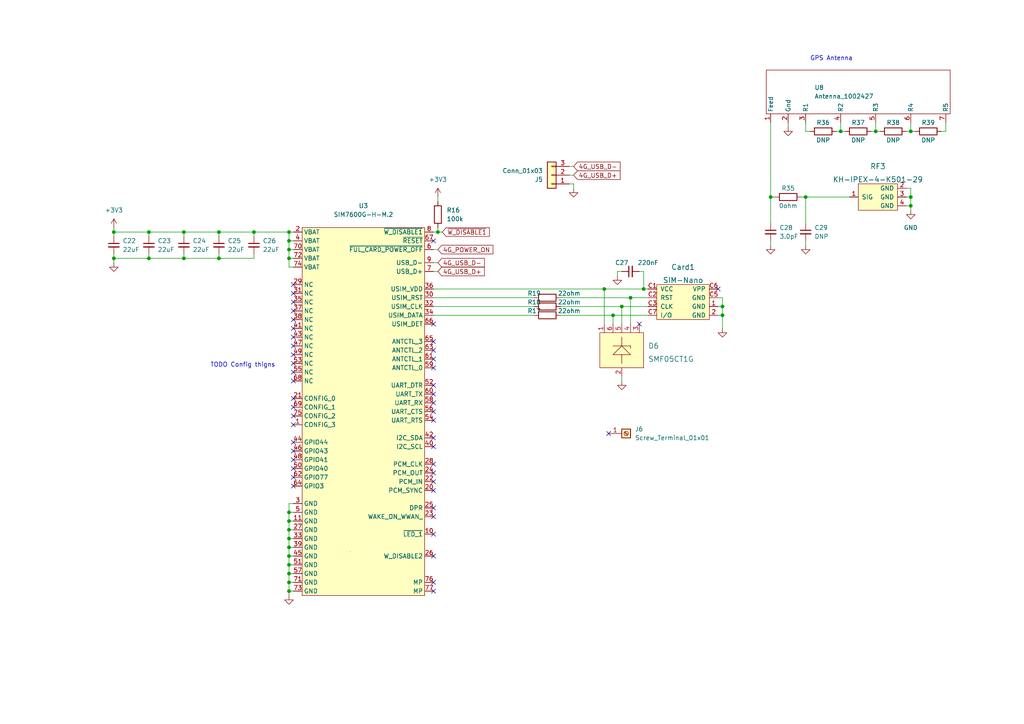
<source format=kicad_sch>
(kicad_sch (version 20211123) (generator eeschema)
  (paper "A4")
  (lib_symbols
    (symbol "Connector:Screw_Terminal_01x01" (pin_names (offset 1.016) hide)
      (property "Reference" "J" (at 0 2.54 0))
      (property "Value" "Screw_Terminal_01x01" (at 0 -2.54 0))
      (symbol "Screw_Terminal_01x01_1_1"
        (rectangle (start -1.27 1.27) (end 1.27 -1.27) (stroke (width 0.254)) (fill (type background)))
        (polyline (pts (xy -0.5334 0.3302) (xy 0.3302 -0.508)) (stroke (width 0.1524)))
        (polyline (pts (xy -0.3556 0.508) (xy 0.508 -0.3302)) (stroke (width 0.1524)))
        (circle (center 0 0) (radius 0.635) (stroke (width 0.1524)))
        (pin passive line (at -5.08 0 0) (length 3.81) (name "Pin_1") (number "1"))
      )
    )
    (symbol "Connector_Generic:Conn_01x03" (pin_names (offset 1.016) hide)
      (property "Reference" "J" (at 0 5.08 0))
      (property "Value" "Conn_01x03" (at 0 -5.08 0))
      (symbol "Conn_01x03_1_1"
        (rectangle (start -1.27 -2.413) (end 0 -2.667) (stroke (width 0.1524)))
        (rectangle (start -1.27 0.127) (end 0 -0.127) (stroke (width 0.1524)))
        (rectangle (start -1.27 2.667) (end 0 2.413) (stroke (width 0.1524)))
        (rectangle (start -1.27 3.81) (end 1.27 -3.81) (stroke (width 0.254)) (fill (type background)))
        (pin passive line (at -5.08 2.54 0) (length 3.81) (name "Pin_1") (number "1"))
        (pin passive line (at -5.08 0 0) (length 3.81) (name "Pin_2") (number "2"))
        (pin passive line (at -5.08 -2.54 0) (length 3.81) (name "Pin_3") (number "3"))
      )
    )
    (symbol "Device:C_Small" (pin_numbers hide) (pin_names (offset 0.254) hide)
      (property "Reference" "C" (at 0.254 1.778 0))
      (property "Value" "C_Small" (at 0.254 -2.032 0))
      (symbol "C_Small_0_1"
        (polyline (pts (xy -1.524 -0.508) (xy 1.524 -0.508)) (stroke (width 0.3302)))
        (polyline (pts (xy -1.524 0.508) (xy 1.524 0.508)) (stroke (width 0.3048)))
      )
      (symbol "C_Small_1_1"
        (pin passive line (at 0 2.54 270) (length 2.032) (name "~") (number "1"))
        (pin passive line (at 0 -2.54 90) (length 2.032) (name "~") (number "2"))
      )
    )
    (symbol "Device:R" (pin_numbers hide) (pin_names (offset 0))
      (property "Reference" "R" (at 2.032 0 90))
      (property "Value" "R" (at 0 0 90))
      (symbol "R_0_1"
        (rectangle (start -1.016 -2.54) (end 1.016 2.54) (stroke (width 0.254)))
      )
      (symbol "R_1_1"
        (pin passive line (at 0 3.81 270) (length 1.27) (name "~") (number "1"))
        (pin passive line (at 0 -3.81 90) (length 1.27) (name "~") (number "2"))
      )
    )
    (symbol "KH-IPEX-4-K501-29_3" (pin_names (offset 1.016))
      (property "Reference" "RF?" (at 0 17.78 0))
      (property "Value" "KH-IPEX-4-K501-29_3" (at 0 -12.7 0))
      (symbol "KH-IPEX-4-K501-29_3_1_1"
        (rectangle (start -6.35 3.81) (end 5.08 -3.81) (fill (type background)))
        (pin passive line (at -8.89 0 0) (length 2.54) (name "SIG") (number "1"))
        (pin passive line (at 7.62 2.54 180) (length 2.54) (name "GND") (number "2"))
        (pin passive line (at 7.62 0 180) (length 2.54) (name "GND") (number "3"))
        (pin passive line (at 7.62 -2.54 180) (length 2.54) (name "GND") (number "4"))
      )
    )
    (symbol "cacophony-symbols:Antenna_1002427"
      (property "Reference" "U" (at 0 11.43 0))
      (property "Value" "Antenna_1002427" (at 0 8.89 0))
      (symbol "Antenna_1002427_0_1"
        (rectangle (start -6.35 6.35) (end 46.99 -6.35))
      )
      (symbol "Antenna_1002427_1_1"
        (pin passive line (at -5.08 -8.89 90) (length 2.54) (name "Feed") (number "1"))
        (pin passive line (at 0 -8.89 90) (length 2.54) (name "Gnd") (number "2"))
        (pin passive line (at 5.08 -8.89 90) (length 2.54) (name "R1") (number "3"))
        (pin passive line (at 15.24 -8.89 90) (length 2.54) (name "R2") (number "4"))
        (pin passive line (at 25.4 -8.89 90) (length 2.54) (name "R3") (number "5"))
        (pin passive line (at 35.56 -8.89 90) (length 2.54) (name "R4") (number "6"))
        (pin passive line (at 45.72 -8.89 90) (length 2.54) (name "R5") (number "7"))
      )
    )
    (symbol "cacophony-symbols:SIM-Nano" (pin_names (offset 1.016))
      (property "Reference" "Card?" (at 0 8.89 0))
      (property "Value" "SIM-Nano" (at 1.27 6.35 0))
      (symbol "SIM-Nano_1_1"
        (rectangle (start -7.62 5.08) (end 7.62 -5.08) (fill (type background)))
        (pin input line (at 10.16 -1.27 180) (length 2.54) (name "GND") (number "1"))
        (pin input line (at 10.16 -3.81 180) (length 2.54) (name "GND") (number "2"))
        (pin unspecified line (at -10.16 3.81 0) (length 2.54) (name "VCC") (number "C1"))
        (pin unspecified line (at -10.16 1.27 0) (length 2.54) (name "RST") (number "C2"))
        (pin unspecified line (at -10.16 -1.27 0) (length 2.54) (name "CLK") (number "C3"))
        (pin unspecified line (at 10.16 1.27 180) (length 2.54) (name "GND") (number "C5"))
        (pin unspecified line (at 10.16 3.81 180) (length 2.54) (name "VPP") (number "C6"))
        (pin unspecified line (at -10.16 -3.81 0) (length 2.54) (name "I/O") (number "C7"))
      )
    )
    (symbol "cacophony-symbols:SIM7600G-H-M.2"
      (property "Reference" "U" (at 0 11.43 0))
      (property "Value" "SIM7600G-H-M.2" (at 0 8.89 0))
      (symbol "SIM7600G-H-M.2_0_1"
        (rectangle (start -12.7 -1.27) (end 22.86 -107.95) (fill (type background)))
        (rectangle (start 1.27 -95.25) (end 1.27 -95.25))
      )
      (symbol "SIM7600G-H-M.2_1_1"
        (pin input line (at -15.24 -58.42 0) (length 2.54) (name "CONFIG_3") (number "1"))
        (pin input line (at 25.4 -90.17 180) (length 2.54) (name "~{LED_1}") (number "10"))
        (pin input line (at -15.24 -86.36 0) (length 2.54) (name "GND") (number "11"))
        (pin input line (at -15.24 -2.54 0) (length 2.54) (name "VBAT") (number "2"))
        (pin input line (at 25.4 -77.47 180) (length 2.54) (name "PCM_SYNC") (number "20"))
        (pin input line (at -15.24 -50.8 0) (length 2.54) (name "CONFIG_0") (number "21"))
        (pin input line (at 25.4 -74.93 180) (length 2.54) (name "PCM_IN") (number "22"))
        (pin input line (at 25.4 -85.09 180) (length 2.54) (name "WAKE_ON_WWAN_") (number "23"))
        (pin input line (at 25.4 -72.39 180) (length 2.54) (name "PCM_OUT") (number "24"))
        (pin input line (at 25.4 -82.55 180) (length 2.54) (name "DPR") (number "25"))
        (pin input line (at 25.4 -96.52 180) (length 2.54) (name "W_DISABLE2") (number "26"))
        (pin input line (at -15.24 -88.9 0) (length 2.54) (name "GND") (number "27"))
        (pin input line (at 25.4 -69.85 180) (length 2.54) (name "PCM_CLK") (number "28"))
        (pin input line (at -15.24 -17.78 0) (length 2.54) (name "NC") (number "29"))
        (pin input line (at -15.24 -81.28 0) (length 2.54) (name "GND") (number "3"))
        (pin input line (at 25.4 -21.59 180) (length 2.54) (name "USIM_RST") (number "30"))
        (pin input line (at -15.24 -20.32 0) (length 2.54) (name "NC") (number "31"))
        (pin input line (at 25.4 -24.13 180) (length 2.54) (name "USIM_CLK") (number "32"))
        (pin input line (at -15.24 -91.44 0) (length 2.54) (name "GND") (number "33"))
        (pin input line (at 25.4 -26.67 180) (length 2.54) (name "USIM_DATA") (number "34"))
        (pin input line (at -15.24 -22.86 0) (length 2.54) (name "NC") (number "35"))
        (pin input line (at 25.4 -19.05 180) (length 2.54) (name "USIM_VDD") (number "36"))
        (pin input line (at -15.24 -25.4 0) (length 2.54) (name "NC") (number "37"))
        (pin input line (at -15.24 -27.94 0) (length 2.54) (name "NC") (number "38"))
        (pin input line (at -15.24 -93.98 0) (length 2.54) (name "GND") (number "39"))
        (pin input line (at -15.24 -5.08 0) (length 2.54) (name "VBAT") (number "4"))
        (pin input line (at 25.4 -64.77 180) (length 2.54) (name "I2C_SCL") (number "40"))
        (pin input line (at -15.24 -30.48 0) (length 2.54) (name "NC") (number "41"))
        (pin input line (at 25.4 -62.23 180) (length 2.54) (name "I2C_SDA") (number "42"))
        (pin input line (at -15.24 -33.02 0) (length 2.54) (name "NC") (number "43"))
        (pin input line (at -15.24 -63.5 0) (length 2.54) (name "GPIO44") (number "44"))
        (pin input line (at -15.24 -96.52 0) (length 2.54) (name "GND") (number "45"))
        (pin input line (at -15.24 -66.04 0) (length 2.54) (name "GPIO43") (number "46"))
        (pin input line (at -15.24 -35.56 0) (length 2.54) (name "NC") (number "47"))
        (pin input line (at -15.24 -68.58 0) (length 2.54) (name "GPIO41") (number "48"))
        (pin input line (at -15.24 -38.1 0) (length 2.54) (name "NC") (number "49"))
        (pin input line (at -15.24 -83.82 0) (length 2.54) (name "GND") (number "5"))
        (pin input line (at -15.24 -71.12 0) (length 2.54) (name "GPIO40") (number "50"))
        (pin input line (at -15.24 -99.06 0) (length 2.54) (name "GND") (number "51"))
        (pin input line (at 25.4 -46.99 180) (length 2.54) (name "UART_DTR") (number "52"))
        (pin input line (at -15.24 -40.64 0) (length 2.54) (name "NC") (number "53"))
        (pin input line (at 25.4 -57.15 180) (length 2.54) (name "UART_RTS") (number "54"))
        (pin input line (at -15.24 -43.18 0) (length 2.54) (name "NC") (number "55"))
        (pin input line (at 25.4 -54.61 180) (length 2.54) (name "UART_CTS") (number "56"))
        (pin input line (at -15.24 -101.6 0) (length 2.54) (name "GND") (number "57"))
        (pin input line (at 25.4 -52.07 180) (length 2.54) (name "UART_RX") (number "58"))
        (pin input line (at 25.4 -41.91 180) (length 2.54) (name "ANTCTL_0") (number "59"))
        (pin input line (at 25.4 -7.62 180) (length 2.54) (name "~{FUL_CARD_POWER_OFF}") (number "6"))
        (pin input line (at 25.4 -49.53 180) (length 2.54) (name "UART_TX") (number "60"))
        (pin input line (at 25.4 -39.37 180) (length 2.54) (name "ANTCTL_1") (number "61"))
        (pin input line (at -15.24 -73.66 0) (length 2.54) (name "GPIO77") (number "62"))
        (pin input line (at 25.4 -36.83 180) (length 2.54) (name "ANTCTL_2") (number "63"))
        (pin input line (at -15.24 -76.2 0) (length 2.54) (name "GPIO3") (number "64"))
        (pin input line (at 25.4 -34.29 180) (length 2.54) (name "ANTCTL_3") (number "65"))
        (pin input line (at 25.4 -29.21 180) (length 2.54) (name "USIM_DET") (number "66"))
        (pin input line (at 25.4 -5.08 180) (length 2.54) (name "~{RESET}") (number "67"))
        (pin input line (at -15.24 -45.72 0) (length 2.54) (name "NC") (number "68"))
        (pin input line (at -15.24 -53.34 0) (length 2.54) (name "CONFIG_1") (number "69"))
        (pin input line (at 25.4 -13.97 180) (length 2.54) (name "USB_D+") (number "7"))
        (pin input line (at -15.24 -7.62 0) (length 2.54) (name "VBAT") (number "70"))
        (pin input line (at -15.24 -104.14 0) (length 2.54) (name "GND") (number "71"))
        (pin input line (at -15.24 -10.16 0) (length 2.54) (name "VBAT") (number "72"))
        (pin input line (at -15.24 -106.68 0) (length 2.54) (name "GND") (number "73"))
        (pin input line (at -15.24 -12.7 0) (length 2.54) (name "VBAT") (number "74"))
        (pin input line (at -15.24 -55.88 0) (length 2.54) (name "CONFIG_2") (number "75"))
        (pin input line (at 25.4 -104.14 180) (length 2.54) (name "MP") (number "76"))
        (pin input line (at 25.4 -106.68 180) (length 2.54) (name "MP") (number "77"))
        (pin input line (at 25.4 -2.54 180) (length 2.54) (name "~{W_DISABLE1}") (number "8"))
        (pin input line (at 25.4 -11.43 180) (length 2.54) (name "USB_D-") (number "9"))
      )
    )
    (symbol "cacophony-symbols:SMF05CT1G" (pin_names (offset 1.016))
      (property "Reference" "D?" (at 0 12.7 0))
      (property "Value" "SMF05CT1G" (at 0 -12.7 0))
      (symbol "SMF05CT1G_0_1"
        (rectangle (start -6.35 3.81) (end 6.35 -6.35) (fill (type background)))
        (polyline (pts (xy 0 -2.54) (xy 0 -5.08)))
        (polyline (pts (xy 0 0) (xy 0 2.54)))
      )
      (symbol "SMF05CT1G_1_1"
        (polyline (pts (xy -2.54 0) (xy 2.54 0)))
        (polyline (pts (xy 2.54 0) (xy 2.54 -0.762)))
        (polyline (pts (xy 2.54 -2.54) (xy 0 0) (xy -2.54 -2.54) (xy 2.54 -2.54)) (fill (type background)))
        (pin input line (at -5.08 6.35 270) (length 2.54) (name "") (number "1"))
        (pin input line (at 0 -8.89 90) (length 2.54) (name "") (number "2"))
        (pin input line (at 5.08 6.35 270) (length 2.54) (name "") (number "3"))
        (pin input line (at 2.54 6.35 270) (length 2.54) (name "") (number "4"))
        (pin input line (at 0 6.35 270) (length 2.54) (name "") (number "5"))
        (pin input line (at -2.54 6.35 270) (length 2.54) (name "") (number "6"))
      )
    )
    (symbol "power:+3V3" (power) (pin_names (offset 0))
      (property "Value" "+3V3" (at 0 3.556 0))
      (symbol "+3V3_0_1"
        (polyline (pts (xy -0.762 1.27) (xy 0 2.54)))
        (polyline (pts (xy 0 0) (xy 0 2.54)))
        (polyline (pts (xy 0 2.54) (xy 0.762 1.27)))
      )
      (symbol "+3V3_1_1"
        (pin power_in line (at 0 0 90) (length 0) hide (name "+3V3") (number "1"))
      )
    )
    (symbol "power:GND" (power) (pin_names (offset 0))
      (property "Value" "GND" (at 0 -3.81 0))
      (symbol "GND_0_1"
        (polyline (pts (xy 0 0) (xy 0 -1.27) (xy 1.27 -1.27) (xy 0 -2.54) (xy -1.27 -1.27) (xy 0 -1.27)))
      )
      (symbol "GND_1_1"
        (pin power_in line (at 0 0 270) (length 0) hide (name "GND") (number "1"))
      )
    )
  )
  (junction (at 175.26 83.82))
  (junction (at 254 38.1))
  (junction (at 209.55 91.44))
  (junction (at 53.34 74.93))
  (junction (at 83.82 163.83))
  (junction (at 83.82 67.31))
  (junction (at 209.55 88.9))
  (junction (at 180.34 88.9))
  (junction (at 83.82 168.91))
  (junction (at 177.8 91.44))
  (junction (at 243.84 38.1))
  (junction (at 264.16 59.69))
  (junction (at 83.82 153.67))
  (junction (at 43.18 74.93))
  (junction (at 83.82 151.13))
  (junction (at 33.02 67.31))
  (junction (at 83.82 158.75))
  (junction (at 43.18 67.31))
  (junction (at 83.82 148.59))
  (junction (at 186.69 83.82))
  (junction (at 63.5 67.31))
  (junction (at 83.82 69.85))
  (junction (at 73.66 67.31))
  (junction (at 83.82 156.21))
  (junction (at 182.88 86.36))
  (junction (at 83.82 166.37))
  (junction (at 83.82 171.45))
  (junction (at 63.5 74.93))
  (junction (at 264.16 38.1))
  (junction (at 53.34 67.31))
  (junction (at 83.82 72.39))
  (junction (at 233.68 57.15))
  (junction (at 33.02 74.93))
  (junction (at 83.82 161.29))
  (junction (at 127 67.31))
  (junction (at 223.52 57.15))
  (junction (at 83.82 74.93))
  (junction (at 264.16 57.15))
  (no_connect (at 85.09 133.35))
  (no_connect (at 125.73 101.6))
  (no_connect (at 125.73 93.98))
  (no_connect (at 85.09 87.63))
  (no_connect (at 85.09 92.71))
  (no_connect (at 125.73 171.45))
  (no_connect (at 125.73 161.29))
  (no_connect (at 125.73 99.06))
  (no_connect (at 85.09 140.97))
  (no_connect (at 125.73 154.94))
  (no_connect (at 125.73 134.62))
  (no_connect (at 125.73 149.86))
  (no_connect (at 85.09 110.49))
  (no_connect (at 85.09 105.41))
  (no_connect (at 125.73 111.76))
  (no_connect (at 85.09 85.09))
  (no_connect (at 85.09 118.11))
  (no_connect (at 125.73 168.91))
  (no_connect (at 125.73 114.3))
  (no_connect (at 125.73 69.85))
  (no_connect (at 85.09 128.27))
  (no_connect (at 125.73 147.32))
  (no_connect (at 176.53 125.73))
  (no_connect (at 125.73 129.54))
  (no_connect (at 85.09 130.81))
  (no_connect (at 85.09 90.17))
  (no_connect (at 85.09 123.19))
  (no_connect (at 125.73 137.16))
  (no_connect (at 85.09 115.57))
  (no_connect (at 125.73 104.14))
  (no_connect (at 125.73 142.24))
  (no_connect (at 185.42 93.98))
  (no_connect (at 85.09 120.65))
  (no_connect (at 85.09 95.25))
  (no_connect (at 85.09 107.95))
  (no_connect (at 208.28 83.82))
  (no_connect (at 125.73 119.38))
  (no_connect (at 85.09 138.43))
  (no_connect (at 85.09 102.87))
  (no_connect (at 125.73 121.92))
  (no_connect (at 125.73 139.7))
  (no_connect (at 85.09 97.79))
  (no_connect (at 85.09 100.33))
  (no_connect (at 85.09 135.89))
  (no_connect (at 125.73 127))
  (no_connect (at 85.09 82.55))
  (no_connect (at 125.73 116.84))
  (no_connect (at 125.73 106.68))
  (wire (pts (xy 223.52 69.85) (xy 223.52 71.12)))
  (wire (pts (xy 264.16 59.69) (xy 264.16 57.15)))
  (wire (pts (xy 262.89 38.1) (xy 264.16 38.1)))
  (wire (pts (xy 209.55 86.36) (xy 209.55 88.9)))
  (wire (pts (xy 83.82 77.47) (xy 85.09 77.47)))
  (wire (pts (xy 83.82 72.39) (xy 83.82 74.93)))
  (wire (pts (xy 63.5 67.31) (xy 53.34 67.31)))
  (wire (pts (xy 83.82 171.45) (xy 85.09 171.45)))
  (wire (pts (xy 208.28 91.44) (xy 209.55 91.44)))
  (wire (pts (xy 228.6 35.56) (xy 228.6 36.83)))
  (wire (pts (xy 165.1 53.34) (xy 166.37 53.34)))
  (wire (pts (xy 264.16 57.15) (xy 264.16 54.61)))
  (wire (pts (xy 162.56 91.44) (xy 177.8 91.44)))
  (wire (pts (xy 83.82 156.21) (xy 83.82 153.67)))
  (wire (pts (xy 73.66 67.31) (xy 73.66 68.58)))
  (wire (pts (xy 127 67.31) (xy 128.27 67.31)))
  (wire (pts (xy 166.37 53.34) (xy 166.37 54.61)))
  (wire (pts (xy 53.34 67.31) (xy 43.18 67.31)))
  (wire (pts (xy 125.73 76.2) (xy 127 76.2)))
  (wire (pts (xy 53.34 73.66) (xy 53.34 74.93)))
  (wire (pts (xy 182.88 86.36) (xy 187.96 86.36)))
  (wire (pts (xy 209.55 95.25) (xy 209.55 91.44)))
  (wire (pts (xy 180.34 88.9) (xy 180.34 93.98)))
  (wire (pts (xy 166.37 48.26) (xy 165.1 48.26)))
  (wire (pts (xy 53.34 67.31) (xy 53.34 68.58)))
  (wire (pts (xy 182.88 86.36) (xy 182.88 93.98)))
  (wire (pts (xy 254 35.56) (xy 254 38.1)))
  (wire (pts (xy 125.73 86.36) (xy 154.94 86.36)))
  (wire (pts (xy 33.02 73.66) (xy 33.02 74.93)))
  (wire (pts (xy 186.69 83.82) (xy 187.96 83.82)))
  (wire (pts (xy 127 66.04) (xy 127 67.31)))
  (wire (pts (xy 180.34 78.74) (xy 179.07 78.74)))
  (wire (pts (xy 83.82 166.37) (xy 85.09 166.37)))
  (wire (pts (xy 125.73 78.74) (xy 127 78.74)))
  (wire (pts (xy 83.82 67.31) (xy 73.66 67.31)))
  (wire (pts (xy 83.82 69.85) (xy 83.82 72.39)))
  (wire (pts (xy 232.41 57.15) (xy 233.68 57.15)))
  (wire (pts (xy 73.66 73.66) (xy 73.66 74.93)))
  (wire (pts (xy 125.73 91.44) (xy 154.94 91.44)))
  (wire (pts (xy 264.16 38.1) (xy 265.43 38.1)))
  (wire (pts (xy 83.82 148.59) (xy 83.82 146.05)))
  (wire (pts (xy 264.16 54.61) (xy 262.89 54.61)))
  (wire (pts (xy 254 38.1) (xy 255.27 38.1)))
  (wire (pts (xy 83.82 69.85) (xy 85.09 69.85)))
  (wire (pts (xy 264.16 59.69) (xy 262.89 59.69)))
  (wire (pts (xy 83.82 163.83) (xy 85.09 163.83)))
  (wire (pts (xy 63.5 74.93) (xy 53.34 74.93)))
  (wire (pts (xy 127 67.31) (xy 125.73 67.31)))
  (wire (pts (xy 125.73 72.39) (xy 127 72.39)))
  (wire (pts (xy 83.82 74.93) (xy 83.82 77.47)))
  (wire (pts (xy 33.02 74.93) (xy 33.02 76.2)))
  (wire (pts (xy 177.8 91.44) (xy 177.8 93.98)))
  (wire (pts (xy 175.26 83.82) (xy 175.26 93.98)))
  (wire (pts (xy 83.82 67.31) (xy 83.82 69.85)))
  (wire (pts (xy 233.68 57.15) (xy 246.38 57.15)))
  (wire (pts (xy 125.73 88.9) (xy 154.94 88.9)))
  (wire (pts (xy 73.66 74.93) (xy 63.5 74.93)))
  (wire (pts (xy 83.82 72.39) (xy 85.09 72.39)))
  (wire (pts (xy 186.69 83.82) (xy 186.69 78.74)))
  (wire (pts (xy 83.82 74.93) (xy 85.09 74.93)))
  (wire (pts (xy 43.18 73.66) (xy 43.18 74.93)))
  (wire (pts (xy 83.82 168.91) (xy 85.09 168.91)))
  (wire (pts (xy 185.42 78.74) (xy 186.69 78.74)))
  (wire (pts (xy 83.82 148.59) (xy 85.09 148.59)))
  (wire (pts (xy 233.68 69.85) (xy 233.68 71.12)))
  (wire (pts (xy 179.07 78.74) (xy 179.07 80.01)))
  (wire (pts (xy 166.37 50.8) (xy 165.1 50.8)))
  (wire (pts (xy 208.28 88.9) (xy 209.55 88.9)))
  (wire (pts (xy 223.52 57.15) (xy 224.79 57.15)))
  (wire (pts (xy 233.68 57.15) (xy 233.68 64.77)))
  (wire (pts (xy 33.02 67.31) (xy 33.02 68.58)))
  (wire (pts (xy 125.73 83.82) (xy 175.26 83.82)))
  (wire (pts (xy 83.82 153.67) (xy 83.82 151.13)))
  (wire (pts (xy 177.8 91.44) (xy 187.96 91.44)))
  (wire (pts (xy 243.84 38.1) (xy 245.11 38.1)))
  (wire (pts (xy 83.82 161.29) (xy 85.09 161.29)))
  (wire (pts (xy 162.56 88.9) (xy 180.34 88.9)))
  (wire (pts (xy 83.82 146.05) (xy 85.09 146.05)))
  (wire (pts (xy 43.18 67.31) (xy 33.02 67.31)))
  (wire (pts (xy 83.82 161.29) (xy 83.82 158.75)))
  (wire (pts (xy 180.34 109.22) (xy 180.34 110.49)))
  (wire (pts (xy 274.32 38.1) (xy 274.32 35.56)))
  (wire (pts (xy 243.84 35.56) (xy 243.84 38.1)))
  (wire (pts (xy 180.34 88.9) (xy 187.96 88.9)))
  (wire (pts (xy 83.82 67.31) (xy 85.09 67.31)))
  (wire (pts (xy 63.5 67.31) (xy 63.5 68.58)))
  (wire (pts (xy 223.52 35.56) (xy 223.52 57.15)))
  (wire (pts (xy 208.28 86.36) (xy 209.55 86.36)))
  (wire (pts (xy 83.82 172.72) (xy 83.82 171.45)))
  (wire (pts (xy 234.95 38.1) (xy 233.68 38.1)))
  (wire (pts (xy 43.18 74.93) (xy 33.02 74.93)))
  (wire (pts (xy 264.16 57.15) (xy 262.89 57.15)))
  (wire (pts (xy 83.82 166.37) (xy 83.82 163.83)))
  (wire (pts (xy 223.52 57.15) (xy 223.52 64.77)))
  (wire (pts (xy 233.68 35.56) (xy 233.68 38.1)))
  (wire (pts (xy 53.34 74.93) (xy 43.18 74.93)))
  (wire (pts (xy 242.57 38.1) (xy 243.84 38.1)))
  (wire (pts (xy 83.82 158.75) (xy 83.82 156.21)))
  (wire (pts (xy 273.05 38.1) (xy 274.32 38.1)))
  (wire (pts (xy 83.82 158.75) (xy 85.09 158.75)))
  (wire (pts (xy 43.18 67.31) (xy 43.18 68.58)))
  (wire (pts (xy 209.55 91.44) (xy 209.55 88.9)))
  (wire (pts (xy 33.02 66.04) (xy 33.02 67.31)))
  (wire (pts (xy 73.66 67.31) (xy 63.5 67.31)))
  (wire (pts (xy 175.26 83.82) (xy 186.69 83.82)))
  (wire (pts (xy 83.82 171.45) (xy 83.82 168.91)))
  (wire (pts (xy 264.16 35.56) (xy 264.16 38.1)))
  (wire (pts (xy 83.82 151.13) (xy 85.09 151.13)))
  (wire (pts (xy 83.82 168.91) (xy 83.82 166.37)))
  (wire (pts (xy 83.82 151.13) (xy 83.82 148.59)))
  (wire (pts (xy 127 57.15) (xy 127 58.42)))
  (wire (pts (xy 264.16 60.96) (xy 264.16 59.69)))
  (wire (pts (xy 162.56 86.36) (xy 182.88 86.36)))
  (wire (pts (xy 83.82 163.83) (xy 83.82 161.29)))
  (wire (pts (xy 252.73 38.1) (xy 254 38.1)))
  (wire (pts (xy 83.82 156.21) (xy 85.09 156.21)))
  (wire (pts (xy 63.5 73.66) (xy 63.5 74.93)))
  (wire (pts (xy 83.82 153.67) (xy 85.09 153.67)))
  (text "GPS Antenna" (at 234.95 17.78 0) (effects (font (size 1.27 1.27)) (justify left bottom)))
  (text "TODO Config thigns" (at 60.96 106.68 0) (effects (font (size 1.27 1.27)) (justify left bottom)))
  (global_label "4G_USB_D-" (shape input) (at 127 76.2 0) (property "Intersheet References" "${INTERSHEET_REFS}" (effects hide)))
  (global_label "4G_USB_D-" (shape input) (at 166.37 48.26 0) (property "Intersheet References" "${INTERSHEET_REFS}" (effects hide)))
  (global_label "~{W_DISABLE1}" (shape input) (at 128.27 67.31 0) (property "Intersheet References" "${INTERSHEET_REFS}" (effects hide)))
  (global_label "4G_POWER_ON" (shape input) (at 127 72.39 0) (property "Intersheet References" "${INTERSHEET_REFS}" (effects hide)))
  (global_label "4G_USB_D+" (shape input) (at 166.37 50.8 0) (property "Intersheet References" "${INTERSHEET_REFS}" (effects hide)))
  (global_label "4G_USB_D+" (shape input) (at 127 78.74 0) (property "Intersheet References" "${INTERSHEET_REFS}" (effects hide)))
  (symbol (lib_id "Device:R") (at 228.6 57.15 90) (unit 1)
    (property "Reference" "R35" (at 228.6 54.61 90))
    (property "Value" "0ohm" (at 228.6 59.69 90))
    (property "Footprint" "Resistor_SMD:R_0402_1005Metric" (effects hide))
    (property "LCSC" "C17168" (effects hide))
  )
  (symbol (lib_id "power:GND") (at 223.52 71.12 0) (unit 1)
    (property "Reference" "#PWR0130" (effects hide))
    (property "Value" "GND" (effects hide))
  )
  (symbol (lib_id "cacophony-symbols:SIM7600G-H-M.2") (at 100.33 64.77 0) (unit 1)
    (property "Reference" "U3" (at 105.41 59.69 0))
    (property "Value" "SIM7600G-H-M.2" (at 105.41 62.23 0))
    (property "Footprint" "cacophony-footprints:M.2" (effects hide))
    (property "LCSC" "C2761526" (effects hide))
  )
  (symbol (lib_id "power:GND") (at 180.34 110.49 0) (unit 1)
    (property "Reference" "#PWR07" (effects hide))
    (property "Value" "GND" (effects hide))
  )
  (symbol (lib_id "power:+3V3") (at 127 57.15 0) (unit 1)
    (property "Reference" "#PWR04" (effects hide))
    (property "Value" "+3V3" (at 127 52.07 0))
  )
  (symbol (lib_id "Device:C_Small") (at 182.88 78.74 90) (unit 1)
    (property "Reference" "C27" (at 180.34 76.2 90))
    (property "Value" "220nF" (at 187.96 76.2 90))
    (property "Footprint" "Capacitor_SMD:C_0402_1005Metric" (effects hide))
    (property "LCSC" "C16772" (effects hide))
  )
  (symbol (lib_id "Device:C_Small") (at 53.34 71.12 0) (unit 1)
    (property "Reference" "C24" (at 55.88 69.8562 0) (effects (justify left)))
    (property "Value" "22uF" (at 55.88 72.3962 0) (effects (justify left)))
    (property "Footprint" "Capacitor_SMD:C_0603_1608Metric" (effects hide))
    (property "LCSC" "C86295" (effects hide))
  )
  (symbol (lib_id "Connector:Screw_Terminal_01x01") (at 181.61 125.73 0) (unit 1)
    (property "Reference" "J6" (at 184.15 124.46 0) (effects (justify left)))
    (property "Value" "Screw_Terminal_01x01" (at 184.15 126.9999 0) (effects (justify left)))
    (property "Footprint" "cacophony-library:SMD_BD4.4-L4.4-D2.8" (effects hide))
    (property "LCSC" "C2928178" (effects hide))
  )
  (symbol (lib_id "power:GND") (at 179.07 80.01 0) (unit 1)
    (property "Reference" "#PWR06" (effects hide))
    (property "Value" "GND" (effects hide))
  )
  (symbol (lib_id "power:GND") (at 209.55 95.25 0) (unit 1)
    (property "Reference" "#PWR08" (effects hide))
    (property "Value" "GND" (effects hide))
  )
  (symbol (lib_id "Device:R") (at 259.08 38.1 90) (unit 1)
    (property "Reference" "R38" (at 259.08 35.56 90))
    (property "Value" "DNP" (at 259.08 40.64 90))
    (property "Footprint" "Resistor_SMD:R_0402_1005Metric" (effects hide))
  )
  (symbol (lib_id "Device:C_Small") (at 223.52 67.31 0) (unit 1)
    (property "Reference" "C28" (at 226.06 66.0462 0) (effects (justify left)))
    (property "Value" "3.0pF" (at 226.06 68.5862 0) (effects (justify left)))
    (property "Footprint" "Capacitor_SMD:C_0402_1005Metric" (effects hide))
    (property "LCSC" "C318583" (effects hide))
  )
  (symbol (lib_id "cacophony-symbols:SMF05CT1G") (at 180.34 100.33 0) (unit 1)
    (property "Reference" "D6" (at 187.96 100.33 0) (effects (font (size 1.524 1.524)) (justify left)))
    (property "Value" "SMF05CT1G" (at 187.96 104.14 0) (effects (font (size 1.524 1.524)) (justify left)))
    (property "Footprint" "cacophony-footprints:SOT-363_L2.0-W1.3-P0.65-LS2.1-TL" (effects hide))
    (property "Datasheet" "https://lcsc.com/product-detail/TVS_ON_SMF05CT1G_SMF05CT1G_C15879.html" (effects hide))
    (property "Manufacturer" "ON" (effects hide))
    (property "LCSC" "C15879" (effects hide))
  )
  (symbol (lib_id "cacophony-symbols:SIM-Nano") (at 198.12 87.63 0) (unit 1)
    (property "Reference" "Card1" (at 198.12 77.47 0) (effects (font (size 1.524 1.524))))
    (property "Value" "SIM-Nano" (at 198.12 81.28 0) (effects (font (size 1.524 1.524))))
    (property "Footprint" "cacophony-footprints:SIM-Nano" (effects hide))
    (property "Datasheet" "https://lcsc.com/product-detail/Card-Sockets_SIMDeck_C125618.html" (effects hide))
    (property "Manufacturer" "SOFNG" (effects hide))
    (property "LCSC" "C266889" (effects hide))
    (property "JLC Part" "Extended Part" (effects hide))
  )
  (symbol (lib_id "power:GND") (at 166.37 54.61 0) (unit 1)
    (property "Reference" "#PWR05" (effects hide))
    (property "Value" "GND" (effects hide))
  )
  (symbol (lib_id "Connector_Generic:Conn_01x03") (at 160.02 50.8 180) (unit 1) (in_bom no)
    (property "Reference" "J5" (at 157.48 52.0701 0) (effects (justify left)))
    (property "Value" "Conn_01x03" (at 157.48 49.5301 0) (effects (justify left)))
    (property "Footprint" "Connector_PinHeader_2.54mm:PinHeader_1x03_P2.54mm_Vertical" (effects hide))
  )
  (symbol (lib_id "Device:R") (at 269.24 38.1 90) (unit 1)
    (property "Reference" "R39" (at 269.24 35.56 90))
    (property "Value" "DNP" (at 269.24 40.64 90))
    (property "Footprint" "Resistor_SMD:R_0402_1005Metric" (effects hide))
  )
  (symbol (lib_id "power:GND") (at 33.02 76.2 0) (unit 1)
    (property "Reference" "#PWR02" (effects hide))
    (property "Value" "GND" (effects hide))
  )
  (symbol (lib_id "cacophony-symbols:Antenna_1002427") (at 228.6 26.67 0) (unit 1)
    (property "Reference" "U8" (at 236.22 25.3999 0) (effects (justify left)))
    (property "Value" "Antenna_1002427" (at 236.22 27.9399 0) (effects (justify left)))
    (property "Footprint" "cacophony-footprints:ANTENNA_1002427_GPS" (effects hide))
    (property "Datasheet" "https://www.kyocera-avx.com/docs/techinfo/ApplicationNotes/Antenna-AppNotes/AVX-E_AppNote-1002427.pdf" (effects hide))
  )
  (symbol (lib_id "Device:R") (at 127 62.23 0) (unit 1)
    (property "Reference" "R16" (at 129.54 60.9599 0) (effects (justify left)))
    (property "Value" "100k" (at 129.54 63.4999 0) (effects (justify left)))
    (property "Footprint" "Resistor_SMD:R_0402_1005Metric" (effects hide))
    (property "LCSC" "C25741" (effects hide))
  )
  (symbol (lib_id "Device:R") (at 238.76 38.1 90) (unit 1)
    (property "Reference" "R36" (at 238.76 35.56 90))
    (property "Value" "DNP" (at 238.76 40.64 90))
    (property "Footprint" "Resistor_SMD:R_0402_1005Metric" (effects hide))
  )
  (symbol (lib_id "Device:R") (at 158.75 86.36 90) (unit 1)
    (property "Reference" "R19" (at 154.94 85.09 90))
    (property "Value" "22ohm" (at 165.1 85.09 90))
    (property "Footprint" "Resistor_SMD:R_0402_1005Metric" (effects hide))
    (property "LCSC" "C25092" (effects hide))
  )
  (symbol (lib_id "Device:R") (at 248.92 38.1 90) (unit 1)
    (property "Reference" "R37" (at 248.92 35.56 90))
    (property "Value" "DNP" (at 248.92 40.64 90))
    (property "Footprint" "Resistor_SMD:R_0402_1005Metric" (effects hide))
  )
  (symbol (lib_id "power:GND") (at 228.6 36.83 0) (unit 1)
    (property "Reference" "#PWR0121" (effects hide))
    (property "Value" "GND" (effects hide))
  )
  (symbol (lib_id "Device:C_Small") (at 33.02 71.12 0) (unit 1)
    (property "Reference" "C22" (at 35.56 69.8562 0) (effects (justify left)))
    (property "Value" "22uF" (at 35.56 72.3962 0) (effects (justify left)))
    (property "Footprint" "Capacitor_SMD:C_0603_1608Metric" (effects hide))
    (property "LCSC" "C86295" (effects hide))
  )
  (symbol (lib_id "Device:C_Small") (at 63.5 71.12 0) (unit 1)
    (property "Reference" "C25" (at 66.04 69.8562 0) (effects (justify left)))
    (property "Value" "22uF" (at 66.04 72.3962 0) (effects (justify left)))
    (property "Footprint" "Capacitor_SMD:C_0603_1608Metric" (effects hide))
    (property "LCSC" "C86295" (effects hide))
  )
  (symbol (lib_id "Device:R") (at 158.75 88.9 90) (unit 1)
    (property "Reference" "R18" (at 154.94 87.63 90))
    (property "Value" "22ohm" (at 165.1 87.63 90))
    (property "Footprint" "Resistor_SMD:R_0402_1005Metric" (effects hide))
    (property "LCSC" "C25092" (effects hide))
  )
  (symbol (lib_id "Device:R") (at 158.75 91.44 90) (unit 1)
    (property "Reference" "R17" (at 154.94 90.17 90))
    (property "Value" "22ohm" (at 165.1 90.17 90))
    (property "Footprint" "Resistor_SMD:R_0402_1005Metric" (effects hide))
    (property "LCSC" "C25092" (effects hide))
  )
  (symbol (lib_id "power:GND") (at 233.68 71.12 0) (unit 1)
    (property "Reference" "#PWR0131" (effects hide))
    (property "Value" "GND" (effects hide))
  )
  (symbol (lib_name "KH-IPEX-4-K501-29_3") (lib_id "cacophony-symbols:KH-IPEX-4-K501-29") (at 255.27 57.15 0) (unit 1)
    (property "Reference" "RF3" (at 254.635 48.26 0) (effects (font (size 1.524 1.524))))
    (property "Value" "KH-IPEX-4-K501-29" (at 254.635 52.07 0) (effects (font (size 1.524 1.524))))
    (property "Footprint" "cacophony-footprints:IPEX4-SMD_4P-L1.8-W1.7-LS2.0-L_KH-IPEX4-2020" (effects hide))
    (property "Datasheet" "https://lcsc.com/product-detail/RF-Connectors-Coaxial-Connectors_Shenzhen-Kinghelm-Elec-KH-IPEX-K501-29_C411563.html" (effects hide))
    (property "Manufacturer" "Shenzhen Kinghelm Elec" (effects hide))
    (property "LCSC" "C530666" (effects hide))
    (property "JLC Part" "Extended Part" (effects hide))
  )
  (symbol (lib_id "power:+3V3") (at 33.02 66.04 0) (unit 1)
    (property "Reference" "#PWR01" (effects hide))
    (property "Value" "+3V3" (at 33.02 60.96 0))
  )
  (symbol (lib_id "Device:C_Small") (at 73.66 71.12 0) (unit 1)
    (property "Reference" "C26" (at 76.2 69.8562 0) (effects (justify left)))
    (property "Value" "22uF" (at 76.2 72.3962 0) (effects (justify left)))
    (property "Footprint" "Capacitor_SMD:C_0603_1608Metric" (effects hide))
    (property "LCSC" "C86295" (effects hide))
  )
  (symbol (lib_id "power:GND") (at 264.16 60.96 0) (unit 1)
    (property "Reference" "#PWR0119" (effects hide))
    (property "Value" "GND" (at 264.16 66.04 0))
  )
  (symbol (lib_id "Device:C_Small") (at 233.68 67.31 0) (unit 1)
    (property "Reference" "C29" (at 236.22 66.0462 0) (effects (justify left)))
    (property "Value" "DNP" (at 236.22 68.5862 0) (effects (justify left)))
    (property "Footprint" "Capacitor_SMD:C_0402_1005Metric" (effects hide))
    (property "LCSC" "C76903" (effects hide))
  )
  (symbol (lib_id "power:GND") (at 83.82 172.72 0) (unit 1)
    (property "Reference" "#PWR03" (effects hide))
    (property "Value" "GND" (effects hide))
  )
  (symbol (lib_id "Device:C_Small") (at 43.18 71.12 0) (unit 1)
    (property "Reference" "C23" (at 45.72 69.8562 0) (effects (justify left)))
    (property "Value" "22uF" (at 45.72 72.3962 0) (effects (justify left)))
    (property "Footprint" "Capacitor_SMD:C_0603_1608Metric" (effects hide))
    (property "LCSC" "C86295" (effects hide))
  )
)
</source>
